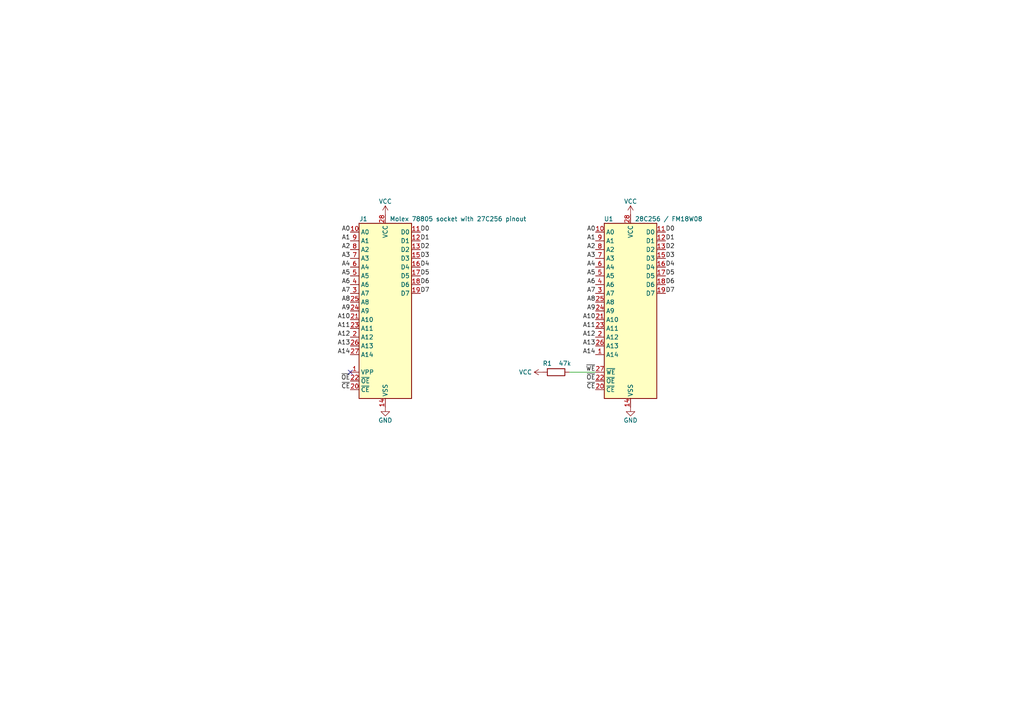
<source format=kicad_sch>
(kicad_sch (version 20230121) (generator eeschema)
  (paper "A4")
  (title_block (title "Meeprom-28") (date "2022-12-21") (rev "005") (comment 3 "28C256 to Molex 78805 socket with 27C256 pinout"))
  (lib_symbols
    (symbol "000_LOCAL:27C256"
      (property "Reference" "U" (at -7.62 26.67 0))
      (property "Value" "27C256" (at 2.54 -26.67 0))
      (symbol "27C256_1_1"
        (rectangle (start -7.62 25.4) (end 7.62 -25.4) (stroke (width 0.254)) (fill (type background)))
        (pin power_in line (at -10.16 -17.78 0) (length 2.54) (name "VPP") (number "1"))
        (pin input line (at -10.16 22.86 0) (length 2.54) (name "A0") (number "10"))
        (pin tri_state line (at 10.16 22.86 180) (length 2.54) (name "D0") (number "11"))
        (pin tri_state line (at 10.16 20.32 180) (length 2.54) (name "D1") (number "12"))
        (pin tri_state line (at 10.16 17.78 180) (length 2.54) (name "D2") (number "13"))
        (pin power_in line (at 0 -27.94 90) (length 2.54) (name "VSS") (number "14"))
        (pin tri_state line (at 10.16 15.24 180) (length 2.54) (name "D3") (number "15"))
        (pin tri_state line (at 10.16 12.7 180) (length 2.54) (name "D4") (number "16"))
        (pin tri_state line (at 10.16 10.16 180) (length 2.54) (name "D5") (number "17"))
        (pin tri_state line (at 10.16 7.62 180) (length 2.54) (name "D6") (number "18"))
        (pin tri_state line (at 10.16 5.08 180) (length 2.54) (name "D7") (number "19"))
        (pin input line (at -10.16 -7.62 0) (length 2.54) (name "A12") (number "2"))
        (pin input line (at -10.16 -22.86 0) (length 2.54) (name "~{CE}") (number "20"))
        (pin input line (at -10.16 -2.54 0) (length 2.54) (name "A10") (number "21"))
        (pin input line (at -10.16 -20.32 0) (length 2.54) (name "~{OE}") (number "22"))
        (pin input line (at -10.16 -5.08 0) (length 2.54) (name "A11") (number "23"))
        (pin input line (at -10.16 0 0) (length 2.54) (name "A9") (number "24"))
        (pin input line (at -10.16 2.54 0) (length 2.54) (name "A8") (number "25"))
        (pin input line (at -10.16 -10.16 0) (length 2.54) (name "A13") (number "26"))
        (pin input line (at -10.16 -12.7 0) (length 2.54) (name "A14") (number "27"))
        (pin power_in line (at 0 27.94 270) (length 2.54) (name "VCC") (number "28"))
        (pin input line (at -10.16 5.08 0) (length 2.54) (name "A7") (number "3"))
        (pin input line (at -10.16 7.62 0) (length 2.54) (name "A6") (number "4"))
        (pin input line (at -10.16 10.16 0) (length 2.54) (name "A5") (number "5"))
        (pin input line (at -10.16 12.7 0) (length 2.54) (name "A4") (number "6"))
        (pin input line (at -10.16 15.24 0) (length 2.54) (name "A3") (number "7"))
        (pin input line (at -10.16 17.78 0) (length 2.54) (name "A2") (number "8"))
        (pin input line (at -10.16 20.32 0) (length 2.54) (name "A1") (number "9"))
      )
    )
    (symbol "000_LOCAL:28C256"
      (property "Reference" "U" (at -7.62 26.67 0))
      (property "Value" "28C256" (at 2.54 -26.67 0))
      (symbol "28C256_1_1"
        (rectangle (start -7.62 25.4) (end 7.62 -25.4) (stroke (width 0.254)) (fill (type background)))
        (pin input line (at -10.16 -12.7 0) (length 2.54) (name "A14") (number "1"))
        (pin input line (at -10.16 22.86 0) (length 2.54) (name "A0") (number "10"))
        (pin tri_state line (at 10.16 22.86 180) (length 2.54) (name "D0") (number "11"))
        (pin tri_state line (at 10.16 20.32 180) (length 2.54) (name "D1") (number "12"))
        (pin tri_state line (at 10.16 17.78 180) (length 2.54) (name "D2") (number "13"))
        (pin power_in line (at 0 -27.94 90) (length 2.54) (name "VSS") (number "14"))
        (pin tri_state line (at 10.16 15.24 180) (length 2.54) (name "D3") (number "15"))
        (pin tri_state line (at 10.16 12.7 180) (length 2.54) (name "D4") (number "16"))
        (pin tri_state line (at 10.16 10.16 180) (length 2.54) (name "D5") (number "17"))
        (pin tri_state line (at 10.16 7.62 180) (length 2.54) (name "D6") (number "18"))
        (pin tri_state line (at 10.16 5.08 180) (length 2.54) (name "D7") (number "19"))
        (pin input line (at -10.16 -7.62 0) (length 2.54) (name "A12") (number "2"))
        (pin input line (at -10.16 -22.86 0) (length 2.54) (name "~{CE}") (number "20"))
        (pin input line (at -10.16 -2.54 0) (length 2.54) (name "A10") (number "21"))
        (pin input line (at -10.16 -20.32 0) (length 2.54) (name "~{OE}") (number "22"))
        (pin input line (at -10.16 -5.08 0) (length 2.54) (name "A11") (number "23"))
        (pin input line (at -10.16 0 0) (length 2.54) (name "A9") (number "24"))
        (pin input line (at -10.16 2.54 0) (length 2.54) (name "A8") (number "25"))
        (pin input line (at -10.16 -10.16 0) (length 2.54) (name "A13") (number "26"))
        (pin input line (at -10.16 -17.78 0) (length 2.54) (name "~{WE}") (number "27"))
        (pin power_in line (at 0 27.94 270) (length 2.54) (name "VCC") (number "28"))
        (pin input line (at -10.16 5.08 0) (length 2.54) (name "A7") (number "3"))
        (pin input line (at -10.16 7.62 0) (length 2.54) (name "A6") (number "4"))
        (pin input line (at -10.16 10.16 0) (length 2.54) (name "A5") (number "5"))
        (pin input line (at -10.16 12.7 0) (length 2.54) (name "A4") (number "6"))
        (pin input line (at -10.16 15.24 0) (length 2.54) (name "A3") (number "7"))
        (pin input line (at -10.16 17.78 0) (length 2.54) (name "A2") (number "8"))
        (pin input line (at -10.16 20.32 0) (length 2.54) (name "A1") (number "9"))
      )
    )
    (symbol "000_LOCAL:R" (pin_numbers hide) (pin_names (offset 0))
      (property "Reference" "R" (at 2.032 0 90))
      (property "Value" "R" (at 0 0 90))
      (symbol "R_0_1"
        (rectangle (start -1.016 -2.54) (end 1.016 2.54) (stroke (width 0.254)))
      )
      (symbol "R_1_1"
        (pin passive line (at 0 3.81 270) (length 1.27) (name "~") (number "1"))
        (pin passive line (at 0 -3.81 90) (length 1.27) (name "~") (number "2"))
      )
    )
    (symbol "power:GND" (power) (pin_names (offset 0))
      (property "Value" "GND" (at 0 -3.81 0))
      (symbol "GND_0_1"
        (polyline (pts (xy 0 0) (xy 0 -1.27) (xy 1.27 -1.27) (xy 0 -2.54) (xy -1.27 -1.27) (xy 0 -1.27)))
      )
      (symbol "GND_1_1"
        (pin power_in line (at 0 0 270) (length 0) hide (name "GND") (number "1"))
      )
    )
    (symbol "power:VCC" (power) (pin_names (offset 0))
      (property "Value" "VCC" (at 0 3.81 0))
      (symbol "VCC_0_1"
        (polyline (pts (xy -0.762 1.27) (xy 0 2.54)))
        (polyline (pts (xy 0 0) (xy 0 2.54)))
        (polyline (pts (xy 0 2.54) (xy 0.762 1.27)))
      )
      (symbol "VCC_1_1"
        (pin power_in line (at 0 0 90) (length 0) hide (name "VCC") (number "1"))
      )
    )
  )
  (no_connect (at 101.6 107.95))
  (wire (pts (xy 172.72 107.95) (xy 165.1 107.95)))
  (label "D1" (at 121.92 69.85 0))
  (label "A10" (at 172.72 92.71 180))
  (label "A1" (at 101.6 69.85 180))
  (label "D6" (at 193.04 82.55 0))
  (label "D0" (at 193.04 67.31 0))
  (label "A11" (at 101.6 95.25 180))
  (label "~{OE}" (at 101.6 110.49 180))
  (label "D4" (at 193.04 77.47 0))
  (label "A2" (at 101.6 72.39 180))
  (label "A13" (at 101.6 100.33 180))
  (label "A6" (at 172.72 82.55 180))
  (label "A7" (at 101.6 85.09 180))
  (label "A14" (at 172.72 102.87 180))
  (label "A3" (at 101.6 74.93 180))
  (label "A8" (at 172.72 87.63 180))
  (label "~{OE}" (at 172.72 110.49 180))
  (label "A4" (at 101.6 77.47 180))
  (label "D1" (at 193.04 69.85 0))
  (label "A5" (at 101.6 80.01 180))
  (label "D6" (at 121.92 82.55 0))
  (label "~{WE}" (at 172.72 107.95 180))
  (label "D3" (at 193.04 74.93 0))
  (label "A2" (at 172.72 72.39 180))
  (label "D4" (at 121.92 77.47 0))
  (label "A0" (at 101.6 67.31 180))
  (label "D0" (at 121.92 67.31 0))
  (label "D5" (at 121.92 80.01 0))
  (label "D2" (at 193.04 72.39 0))
  (label "A8" (at 101.6 87.63 180))
  (label "D7" (at 121.92 85.09 0))
  (label "D7" (at 193.04 85.09 0))
  (label "D3" (at 121.92 74.93 0))
  (label "A11" (at 172.72 95.25 180))
  (label "D5" (at 193.04 80.01 0))
  (label "A6" (at 101.6 82.55 180))
  (label "A10" (at 101.6 92.71 180))
  (label "A3" (at 172.72 74.93 180))
  (label "A5" (at 172.72 80.01 180))
  (label "~{CE}" (at 172.72 113.03 180))
  (label "A0" (at 172.72 67.31 180))
  (label "A1" (at 172.72 69.85 180))
  (label "A14" (at 101.6 102.87 180))
  (label "A9" (at 172.72 90.17 180))
  (label "A4" (at 172.72 77.47 180))
  (label "A9" (at 101.6 90.17 180))
  (label "~{CE}" (at 101.6 113.03 180))
  (label "A7" (at 172.72 85.09 180))
  (label "A12" (at 172.72 97.79 180))
  (label "A12" (at 101.6 97.79 180))
  (label "A13" (at 172.72 100.33 180))
  (label "D2" (at 121.92 72.39 0))
  (symbol (lib_id "000_LOCAL:28C256") (at 182.88 90.17 0) (unit 1)
    (property "Reference" "U1" (at 176.53 63.5 0))
    (property "Value" "28C256 / FM18W08" (at 184.15 63.5 0) (effects (justify left)))
    (property "Footprint" "000_LOCAL:SOIC-28W" (effects hide))
    (property "Datasheet" "http://ww1.microchip.com/downloads/en/DeviceDoc/doc0006.pdf" (effects hide))
  )
  (symbol (lib_id "000_LOCAL:R") (at 161.29 107.95 270) (unit 1)
    (property "Reference" "R1" (at 158.75 105.41 90))
    (property "Value" "47k" (at 163.83 105.41 90))
    (property "Footprint" "000_LOCAL:R_0805" (effects hide))
  )
  (symbol (lib_id "000_LOCAL:27C256") (at 111.76 90.17 0) (unit 1)
    (property "Reference" "J1" (at 105.41 63.5 0))
    (property "Value" "Molex 78805 socket with 27C256 pinout" (at 113.03 63.5 0) (effects (justify left)))
    (property "Footprint" "000_LOCAL:Molex78802_PCB_28" (effects hide))
  )
  (symbol (lib_id "power:VCC") (at 182.88 62.23 0) (unit 1)
    (property "Reference" "#PWR0101" (effects hide))
    (property "Value" "VCC" (at 182.88 58.42 0))
  )
  (symbol (lib_id "power:VCC") (at 111.76 62.23 0) (unit 1)
    (property "Reference" "#PWR0102" (effects hide))
    (property "Value" "VCC" (at 111.76 58.42 0))
  )
  (symbol (lib_id "power:VCC") (at 157.48 107.95 90) (mirror x) (unit 1)
    (property "Reference" "#PWR0103" (effects hide))
    (property "Value" "VCC" (at 152.4 107.95 90))
  )
  (symbol (lib_id "power:GND") (at 111.76 118.11 0) (unit 1)
    (property "Reference" "#PWR0104" (effects hide))
    (property "Value" "GND" (at 111.76 121.92 0))
  )
  (symbol (lib_id "power:GND") (at 182.88 118.11 0) (unit 1)
    (property "Reference" "#PWR0105" (effects hide))
    (property "Value" "GND" (at 182.88 121.92 0))
  )
)
</source>
